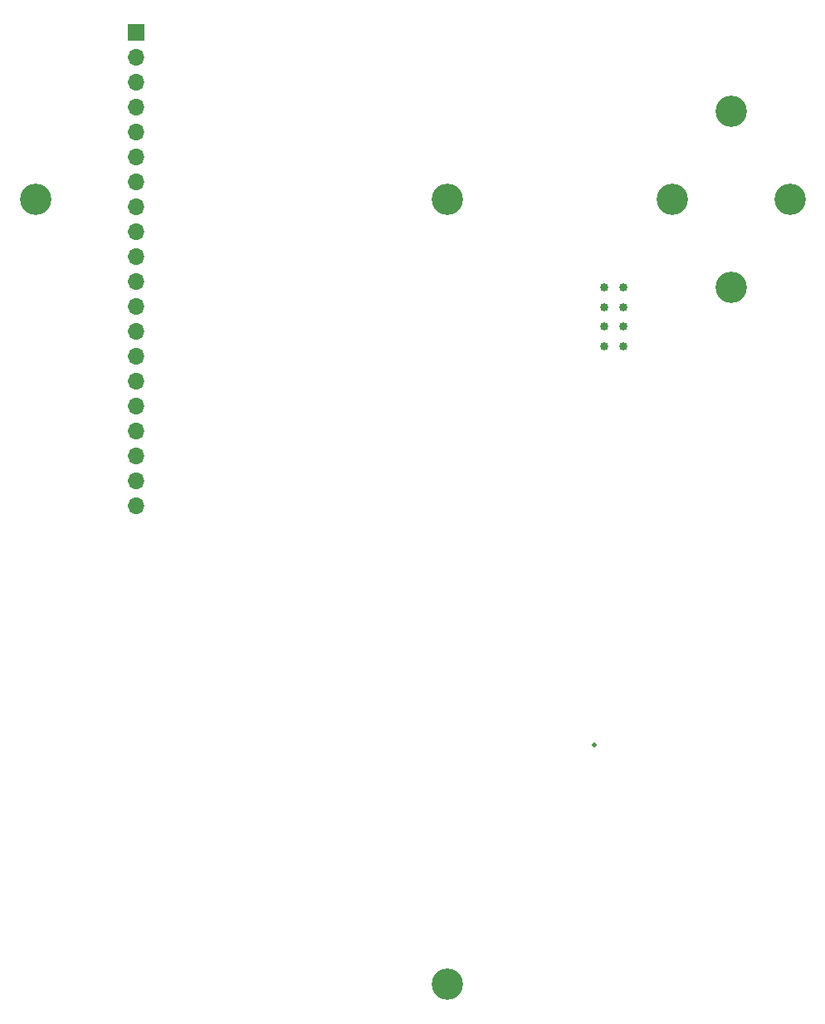
<source format=gbr>
%TF.GenerationSoftware,KiCad,Pcbnew,5.99.0-unknown-r24380-aab3c936*%
%TF.CreationDate,2021-01-25T13:27:43+00:00*%
%TF.ProjectId,safeproject-panel-r1,73616665-7072-46f6-9a65-63742d70616e,rev?*%
%TF.SameCoordinates,Original*%
%TF.FileFunction,Soldermask,Bot*%
%TF.FilePolarity,Negative*%
%FSLAX46Y46*%
G04 Gerber Fmt 4.6, Leading zero omitted, Abs format (unit mm)*
G04 Created by KiCad (PCBNEW 5.99.0-unknown-r24380-aab3c936) date 2021-01-25 13:27:43*
%MOMM*%
%LPD*%
G01*
G04 APERTURE LIST*
%ADD10C,0.850000*%
%ADD11R,1.700000X1.700000*%
%ADD12O,1.700000X1.700000*%
%ADD13C,3.200000*%
%ADD14C,0.500000*%
G04 APERTURE END LIST*
D10*
%TO.C,J1*%
X38000000Y25000000D03*
X36000000Y27000000D03*
X38000000Y31000000D03*
X36000000Y29000000D03*
X38000000Y29000000D03*
X38000000Y27000000D03*
X36000000Y25000000D03*
X36000000Y31000000D03*
%TD*%
D11*
%TO.C,J5*%
X-11713803Y57000000D03*
D12*
X-11713803Y54460000D03*
X-11713803Y51920000D03*
X-11713803Y49380000D03*
X-11713803Y46840000D03*
X-11713803Y44300000D03*
X-11713803Y41760000D03*
X-11713803Y39220000D03*
X-11713803Y36680000D03*
X-11713803Y34140000D03*
X-11713803Y31600000D03*
X-11713803Y29060000D03*
X-11713803Y26520000D03*
X-11713803Y23980000D03*
X-11713803Y21440000D03*
X-11713803Y18900000D03*
X-11713803Y16360000D03*
X-11713803Y13820000D03*
X-11713803Y11280000D03*
X-11713803Y8740000D03*
%TD*%
D13*
%TO.C,REF\u002A\u002A*%
X-22001400Y40000000D03*
%TD*%
%TO.C,REF\u002A\u002A*%
X19998600Y40000000D03*
%TD*%
%TO.C,REF\u002A\u002A*%
X19998600Y-40000000D03*
%TD*%
D14*
%TO.C,MK1*%
X35000000Y-15600000D03*
%TD*%
D13*
%TO.C,REF\u002A\u002A*%
X55000000Y40000000D03*
%TD*%
%TO.C,REF\u002A\u002A*%
X43000000Y40000000D03*
%TD*%
%TO.C,REF\u002A\u002A*%
X49000000Y49000000D03*
%TD*%
%TO.C,REF\u002A\u002A*%
X49000000Y31000000D03*
%TD*%
M02*

</source>
